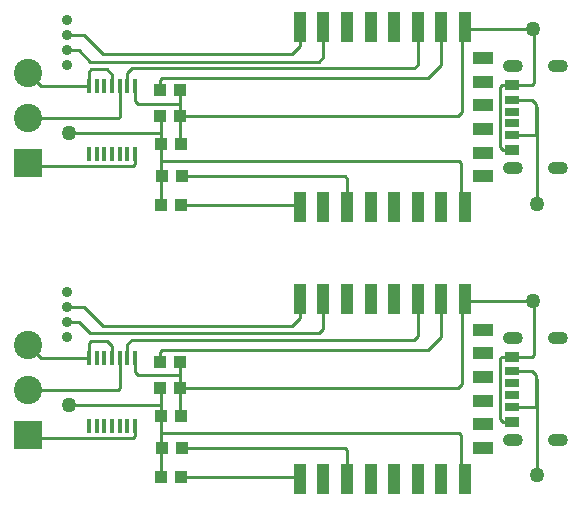
<source format=gtl>
G04*
G04 #@! TF.GenerationSoftware,Altium Limited,Altium Designer,21.3.2 (30)*
G04*
G04 Layer_Physical_Order=1*
G04 Layer_Color=255*
%FSTAX24Y24*%
%MOIN*%
G70*
G04*
G04 #@! TF.SameCoordinates,B3087990-D193-403A-B466-816C1580CACB*
G04*
G04*
G04 #@! TF.FilePolarity,Positive*
G04*
G01*
G75*
%ADD10R,0.0433X0.0394*%
%ADD11R,0.0709X0.0433*%
%ADD12R,0.0433X0.1024*%
%ADD13R,0.0470X0.0280*%
%ADD14R,0.0470X0.0300*%
%ADD15R,0.0470X0.0320*%
%ADD16O,0.0670X0.0430*%
%ADD17R,0.0120X0.0460*%
%ADD18C,0.0100*%
%ADD19C,0.0354*%
%ADD20C,0.0945*%
%ADD21R,0.0945X0.0945*%
%ADD22C,0.0240*%
%ADD23C,0.0500*%
%ADD24C,0.0240*%
D10*
X042752Y028729D02*
D03*
X043422D02*
D03*
X042743Y029605D02*
D03*
X043412D02*
D03*
X042772Y027804D02*
D03*
X043441D02*
D03*
X042792Y026731D02*
D03*
X043461D02*
D03*
X042782Y025766D02*
D03*
X043451D02*
D03*
X042752Y037784D02*
D03*
X043422D02*
D03*
X042743Y03866D02*
D03*
X043412D02*
D03*
X042772Y036859D02*
D03*
X043441D02*
D03*
X042792Y035786D02*
D03*
X043461D02*
D03*
X042782Y034822D02*
D03*
X043451D02*
D03*
D11*
X0535Y030668D02*
D03*
X0535Y029881D02*
D03*
Y029093D02*
D03*
X0535Y028306D02*
D03*
X0535Y027518D02*
D03*
Y026731D02*
D03*
X0535Y039723D02*
D03*
X0535Y038936D02*
D03*
Y038148D02*
D03*
X0535Y037361D02*
D03*
X0535Y036574D02*
D03*
Y035786D02*
D03*
D12*
X047398Y031692D02*
D03*
X048185D02*
D03*
X048973D02*
D03*
X04976D02*
D03*
X050548D02*
D03*
X051335D02*
D03*
X052122D02*
D03*
X05291D02*
D03*
X05291Y025707D02*
D03*
X052122Y025707D02*
D03*
X051335D02*
D03*
X050548D02*
D03*
X04976D02*
D03*
X048973D02*
D03*
X048185D02*
D03*
X047398D02*
D03*
X047398Y040747D02*
D03*
X048185D02*
D03*
X048973D02*
D03*
X04976D02*
D03*
X050548D02*
D03*
X051335D02*
D03*
X052122D02*
D03*
X05291D02*
D03*
X05291Y034763D02*
D03*
X052122Y034763D02*
D03*
X051335D02*
D03*
X050548D02*
D03*
X04976D02*
D03*
X048973D02*
D03*
X048185D02*
D03*
X047398D02*
D03*
D13*
X054491Y028493D02*
D03*
Y028887D02*
D03*
Y037548D02*
D03*
Y037942D02*
D03*
D14*
Y029288D02*
D03*
X054491Y028091D02*
D03*
X054491Y038343D02*
D03*
X054491Y037146D02*
D03*
D15*
X054491Y029772D02*
D03*
X054491Y027607D02*
D03*
X054491Y038827D02*
D03*
X054491Y036662D02*
D03*
D16*
X054522Y026989D02*
D03*
Y03039D02*
D03*
X056018Y026989D02*
D03*
Y03039D02*
D03*
X054522Y036044D02*
D03*
Y039446D02*
D03*
X056018Y036044D02*
D03*
Y039446D02*
D03*
D17*
X041906Y027471D02*
D03*
X04165D02*
D03*
X041394D02*
D03*
X041138D02*
D03*
X040882D02*
D03*
X040626D02*
D03*
X04037D02*
D03*
X04037Y029731D02*
D03*
X040626D02*
D03*
X040882D02*
D03*
X041138D02*
D03*
X041394D02*
D03*
X04165D02*
D03*
X041906D02*
D03*
X041906Y036526D02*
D03*
X04165D02*
D03*
X041394D02*
D03*
X041138D02*
D03*
X040882D02*
D03*
X040626D02*
D03*
X04037D02*
D03*
X04037Y038786D02*
D03*
X040626D02*
D03*
X040882D02*
D03*
X041138D02*
D03*
X041394D02*
D03*
X04165D02*
D03*
X041906D02*
D03*
D18*
X042782Y028148D02*
Y0287D01*
Y027233D02*
Y028148D01*
X042772Y028158D02*
X039711D01*
X042782Y028148D02*
X042772Y028158D01*
X052792Y031574D02*
X05291Y031692D01*
X052664Y028729D02*
X052792Y028857D01*
X043412Y027833D02*
Y029152D01*
X052792Y028857D02*
Y031574D01*
X052664Y028729D02*
X043422D01*
X042782Y025766D02*
Y027233D01*
X05291Y025707D02*
X052772Y025845D01*
Y027174D01*
X052713Y027233D02*
X042782D01*
X052772Y027174D02*
X052713Y027233D01*
X043412Y029152D02*
Y029605D01*
X042004Y029152D02*
X041906Y029251D01*
X043412Y029152D02*
X042004D01*
X041906Y029251D02*
Y029731D01*
X043441Y027804D02*
X043412Y027833D01*
X041138Y029731D02*
Y030117D01*
X040961Y030294D02*
X040449D01*
X041138Y030117D02*
X040961Y030294D01*
X041906Y027134D02*
Y027471D01*
X038428Y027076D02*
X038343Y02716D01*
X041847Y027076D02*
X038428D01*
X041847D02*
X041906Y027134D01*
X051217Y030333D02*
X041798D01*
X04165Y030186D02*
X041798Y030333D01*
X04165Y029731D02*
Y030186D01*
X04037Y029731D02*
Y030215D01*
X040449Y030294D01*
X051217Y030333D02*
X051335Y030452D01*
Y031692D01*
X048028Y03055D02*
X048185Y030707D01*
X048028Y03055D02*
X04042D01*
X040843Y030806D02*
X040221Y031428D01*
X047142Y030806D02*
X040843D01*
X048185Y030707D02*
Y031692D01*
X047142Y030806D02*
X047398Y031062D01*
X04042Y03055D02*
X040042Y030928D01*
X051689Y029999D02*
X042801D01*
X051689D02*
X052122Y030432D01*
X042743Y029703D02*
Y02994D01*
X042801Y029999D01*
X040363Y029723D02*
X03878D01*
X040363D02*
X04037Y029731D01*
X03878Y029723D02*
X038343Y03016D01*
X038343D01*
X042782Y0287D02*
X042752Y028729D01*
X048973Y026652D02*
X048894Y026731D01*
X048973Y025707D02*
Y026652D01*
X048894Y026731D02*
X043461D01*
X047398Y025707D02*
X047339Y025766D01*
X043451D01*
X052122Y030432D02*
Y031692D01*
X047398Y031062D02*
Y031692D01*
X040042Y030928D02*
X039642D01*
X041394Y028719D02*
Y029731D01*
X041335Y02866D02*
X041394Y028719D01*
X041335Y02866D02*
X038343D01*
X040221Y031428D02*
X039642D01*
X054481Y027597D02*
X054189D01*
X054481D02*
X054491Y027607D01*
X054189Y027597D02*
X054091Y027696D01*
Y029714D01*
X05415Y029772D01*
X054491D02*
X05415D01*
X055272Y029054D02*
Y029152D01*
Y028079D02*
Y029054D01*
X055292Y029034D02*
X055272Y029054D01*
X055292Y025816D02*
Y029034D01*
X055174Y031623D02*
X052979D01*
X05291Y031692D01*
X055213Y031583D02*
X055174Y031623D01*
X055154Y029772D02*
X055213Y029831D01*
X055154Y029772D02*
X054491D01*
X055213Y029831D02*
Y031583D01*
X05526Y028091D02*
X054491D01*
X055272Y028079D02*
X05526Y028091D01*
X055272Y029152D02*
X055136Y029288D01*
X054491D01*
X042782Y037203D02*
Y037755D01*
Y036288D02*
Y037203D01*
X042772Y037213D02*
X039711D01*
X042782Y037203D02*
X042772Y037213D01*
X052792Y040629D02*
X05291Y040747D01*
X052664Y037784D02*
X052792Y037912D01*
X043412Y036889D02*
Y038207D01*
X052792Y037912D02*
Y040629D01*
X052664Y037784D02*
X043422D01*
X042782Y034822D02*
Y036288D01*
X05291Y034763D02*
X052772Y0349D01*
Y03623D01*
X052713Y036288D02*
X042782D01*
X052772Y03623D02*
X052713Y036288D01*
X043412Y038207D02*
Y03866D01*
X042004Y038207D02*
X041906Y038306D01*
X043412Y038207D02*
X042004D01*
X041906Y038306D02*
Y038786D01*
X043441Y036859D02*
X043412Y036889D01*
X041138Y038786D02*
Y039172D01*
X040961Y039349D02*
X040449D01*
X041138Y039172D02*
X040961Y039349D01*
X041906Y036189D02*
Y036526D01*
X038428Y036131D02*
X038343Y036215D01*
X041847Y036131D02*
X038428D01*
X041847D02*
X041906Y036189D01*
X051217Y039389D02*
X041798D01*
X04165Y039241D02*
X041798Y039389D01*
X04165Y038786D02*
Y039241D01*
X04037Y038786D02*
Y03927D01*
X040449Y039349D01*
X051217Y039389D02*
X051335Y039507D01*
Y040747D01*
X048028Y039605D02*
X048185Y039763D01*
X048028Y039605D02*
X04042D01*
X040843Y039861D02*
X040221Y040483D01*
X047142Y039861D02*
X040843D01*
X048185Y039763D02*
Y040747D01*
X047142Y039861D02*
X047398Y040117D01*
X04042Y039605D02*
X040042Y039983D01*
X051689Y039054D02*
X042801D01*
X051689D02*
X052122Y039487D01*
X042743Y038759D02*
Y038995D01*
X042801Y039054D01*
X040363Y038778D02*
X03878D01*
X040363D02*
X04037Y038786D01*
X03878Y038778D02*
X038343Y039215D01*
X038343D01*
X042782Y037755D02*
X042752Y037784D01*
X048973Y035707D02*
X048894Y035786D01*
X048973Y034763D02*
Y035707D01*
X048894Y035786D02*
X043461D01*
X047398Y034763D02*
X047339Y034822D01*
X043451D01*
X052122Y039487D02*
Y040747D01*
X047398Y040117D02*
Y040747D01*
X040042Y039983D02*
X039642D01*
X041394Y037774D02*
Y038786D01*
X041335Y037715D02*
X041394Y037774D01*
X041335Y037715D02*
X038343D01*
X040221Y040483D02*
X039642D01*
X054481Y036652D02*
X054189D01*
X054481D02*
X054491Y036662D01*
X054189Y036652D02*
X054091Y036751D01*
Y038769D01*
X05415Y038827D01*
X054491D02*
X05415D01*
X055272Y038109D02*
Y038207D01*
Y037135D02*
Y038109D01*
X055292Y038089D02*
X055272Y038109D01*
X055292Y034871D02*
Y038089D01*
X055174Y040678D02*
X052979D01*
X05291Y040747D01*
X055213Y040639D02*
X055174Y040678D01*
X055154Y038827D02*
X055213Y038886D01*
X055154Y038827D02*
X054491D01*
X055213Y038886D02*
Y040639D01*
X05526Y037146D02*
X054491D01*
X055272Y037135D02*
X05526Y037146D01*
X055272Y038207D02*
X055136Y038343D01*
X054491D01*
D19*
X039642Y030428D02*
D03*
Y030928D02*
D03*
Y031428D02*
D03*
Y031928D02*
D03*
Y039483D02*
D03*
Y039983D02*
D03*
Y040483D02*
D03*
Y040983D02*
D03*
D20*
X038343Y03016D02*
D03*
Y02866D02*
D03*
Y039215D02*
D03*
Y037715D02*
D03*
D21*
Y02716D02*
D03*
Y036215D02*
D03*
D22*
X056133Y026989D02*
D03*
X055903Y03039D02*
D03*
X056133D02*
D03*
X054407Y026989D02*
D03*
X054637D02*
D03*
X054407Y03039D02*
D03*
X054637D02*
D03*
X055903Y026989D02*
D03*
X056133Y036044D02*
D03*
X055903Y039446D02*
D03*
X056133D02*
D03*
X054407Y036044D02*
D03*
X054637D02*
D03*
X054407Y039446D02*
D03*
X054637D02*
D03*
X055903Y036044D02*
D03*
D23*
X039711Y028158D02*
D03*
X055174Y031623D02*
D03*
X055292Y025816D02*
D03*
X039711Y037213D02*
D03*
X055174Y040678D02*
D03*
X055292Y034871D02*
D03*
D24*
X056133Y026989D02*
X055903D01*
X056133Y03039D02*
X055903D01*
X054637Y026989D02*
X054407D01*
X054637Y03039D02*
X054407D01*
X056133Y036044D02*
X055903D01*
X056133Y039446D02*
X055903D01*
X054637Y036044D02*
X054407D01*
X054637Y039446D02*
X054407D01*
M02*

</source>
